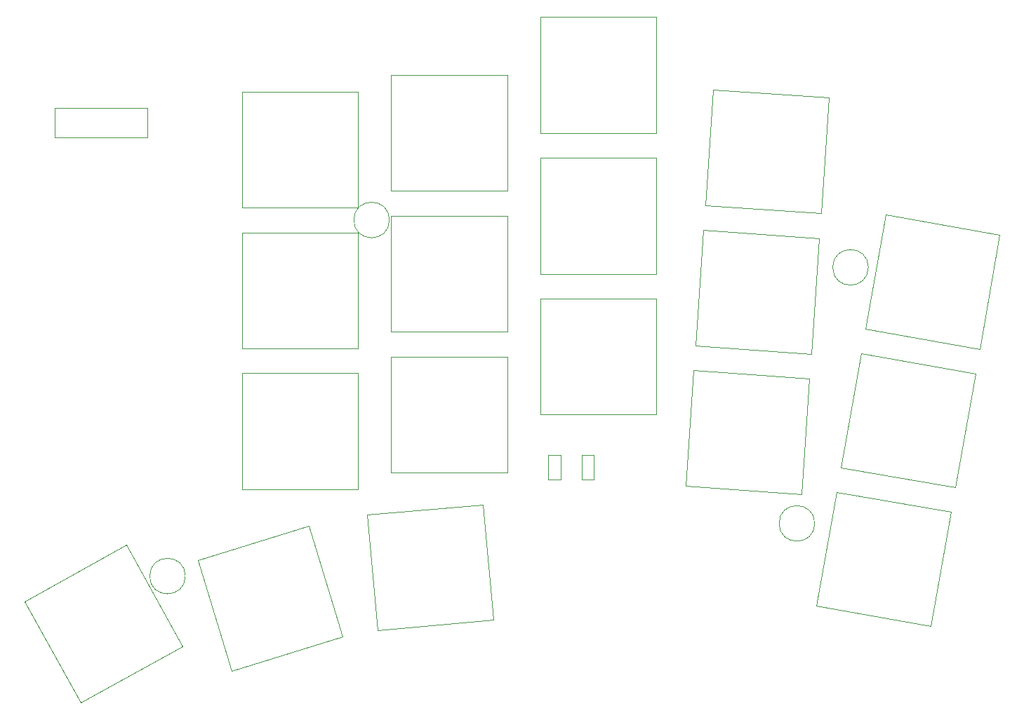
<source format=gbr>
G04 #@! TF.GenerationSoftware,KiCad,Pcbnew,8.0.4*
G04 #@! TF.CreationDate,2024-10-20T02:46:56-03:00*
G04 #@! TF.ProjectId,carpo_right,63617270-6f5f-4726-9967-68742e6b6963,rev?*
G04 #@! TF.SameCoordinates,PX7b6f01cPY41b54a0*
G04 #@! TF.FileFunction,Other,User*
%FSLAX46Y46*%
G04 Gerber Fmt 4.6, Leading zero omitted, Abs format (unit mm)*
G04 Created by KiCad (PCBNEW 8.0.4) date 2024-10-20 02:46:56*
%MOMM*%
%LPD*%
G01*
G04 APERTURE LIST*
%ADD10C,0.050000*%
G04 APERTURE END LIST*
D10*
X29970000Y-36920000D02*
X31430000Y-36920000D01*
X29970000Y-39880000D02*
X29970000Y-36920000D01*
X31430000Y-36920000D02*
X31430000Y-39880000D01*
X31430000Y-39880000D02*
X29970000Y-39880000D01*
X-29620000Y5050000D02*
X-29620000Y1450000D01*
X-29620000Y1450000D02*
X-18420000Y1450000D01*
X-18420000Y5050000D02*
X-29620000Y5050000D01*
X-18420000Y1450000D02*
X-18420000Y5050000D01*
X68565523Y-14218956D02*
G75*
G02*
X64265523Y-14218956I-2150000J0D01*
G01*
X64265523Y-14218956D02*
G75*
G02*
X68565523Y-14218956I2150000J0D01*
G01*
X10795485Y-8499999D02*
G75*
G02*
X6495485Y-8499999I-2150000J0D01*
G01*
X6495485Y-8499999D02*
G75*
G02*
X10795485Y-8499999I2150000J0D01*
G01*
X-13827165Y-51506206D02*
G75*
G02*
X-18127165Y-51506206I-2150000J0D01*
G01*
X-18127165Y-51506206D02*
G75*
G02*
X-13827165Y-51506206I2150000J0D01*
G01*
X33970000Y-36920000D02*
X35430000Y-36920000D01*
X33970000Y-39880000D02*
X33970000Y-36920000D01*
X35430000Y-36920000D02*
X35430000Y-39880000D01*
X35430000Y-39880000D02*
X33970000Y-39880000D01*
X62097564Y-45141804D02*
G75*
G02*
X57797564Y-45141804I-2150000J0D01*
G01*
X57797564Y-45141804D02*
G75*
G02*
X62097564Y-45141804I2150000J0D01*
G01*
X11000000Y-39000000D02*
X25000000Y-39000000D01*
X25000000Y-25000000D01*
X11000000Y-25000000D01*
X11000000Y-39000000D01*
X-7000000Y-7000000D02*
X7000000Y-7000000D01*
X7000000Y7000000D01*
X-7000000Y7000000D01*
X-7000000Y-7000000D01*
X-7000000Y-41000000D02*
X7000000Y-41000000D01*
X7000000Y-27000000D01*
X-7000000Y-27000000D01*
X-7000000Y-41000000D01*
X63819592Y6263317D02*
X62843001Y-7702580D01*
X48877104Y-6725989D01*
X49853695Y7239908D01*
X63819592Y6263317D01*
X81470014Y-27027735D02*
X79038939Y-40815044D01*
X65251630Y-38383969D01*
X67682705Y-24596660D01*
X81470014Y-27027735D01*
X23301445Y-56807993D02*
X9354719Y-58028173D01*
X8134539Y-44081447D01*
X22081265Y-42861267D01*
X23301445Y-56807993D01*
X11000000Y-5000001D02*
X25000000Y-5000001D01*
X25000000Y8999999D01*
X11000000Y8999999D01*
X11000000Y-5000001D01*
X61447872Y-27653860D02*
X60471281Y-41619757D01*
X46505384Y-40643166D01*
X47481975Y-26677269D01*
X61447872Y-27653860D01*
X-14183614Y-60001654D02*
X-26428290Y-66788988D01*
X-33215624Y-54544312D01*
X-20970948Y-47756978D01*
X-14183614Y-60001654D01*
X11000000Y-22000000D02*
X25000000Y-22000000D01*
X25000000Y-8000000D01*
X11000000Y-8000000D01*
X11000000Y-22000000D01*
X78517995Y-43769467D02*
X76086920Y-57556776D01*
X62299611Y-55125701D01*
X64730686Y-41338392D01*
X78517995Y-43769467D01*
X29000000Y-15000000D02*
X43000000Y-15000000D01*
X43000000Y-1000000D01*
X29000000Y-1000000D01*
X29000000Y-15000000D01*
X5141897Y-58847063D02*
X-8246369Y-62940267D01*
X-12339573Y-49552001D01*
X1048693Y-45458797D01*
X5141897Y-58847063D01*
X29000000Y2000000D02*
X43000000Y2000000D01*
X43000000Y16000000D01*
X29000000Y16000000D01*
X29000000Y2000000D01*
X62633732Y-10695271D02*
X61657141Y-24661168D01*
X47691244Y-23684577D01*
X48667835Y-9718680D01*
X62633732Y-10695271D01*
X29000000Y-32000000D02*
X43000000Y-32000000D01*
X43000000Y-18000000D01*
X29000000Y-18000000D01*
X29000000Y-32000000D01*
X-7000000Y-24000000D02*
X7000000Y-24000000D01*
X7000000Y-10000000D01*
X-7000000Y-10000000D01*
X-7000000Y-24000000D01*
X84422033Y-10286003D02*
X81990958Y-24073312D01*
X68203649Y-21642237D01*
X70634724Y-7854928D01*
X84422033Y-10286003D01*
M02*

</source>
